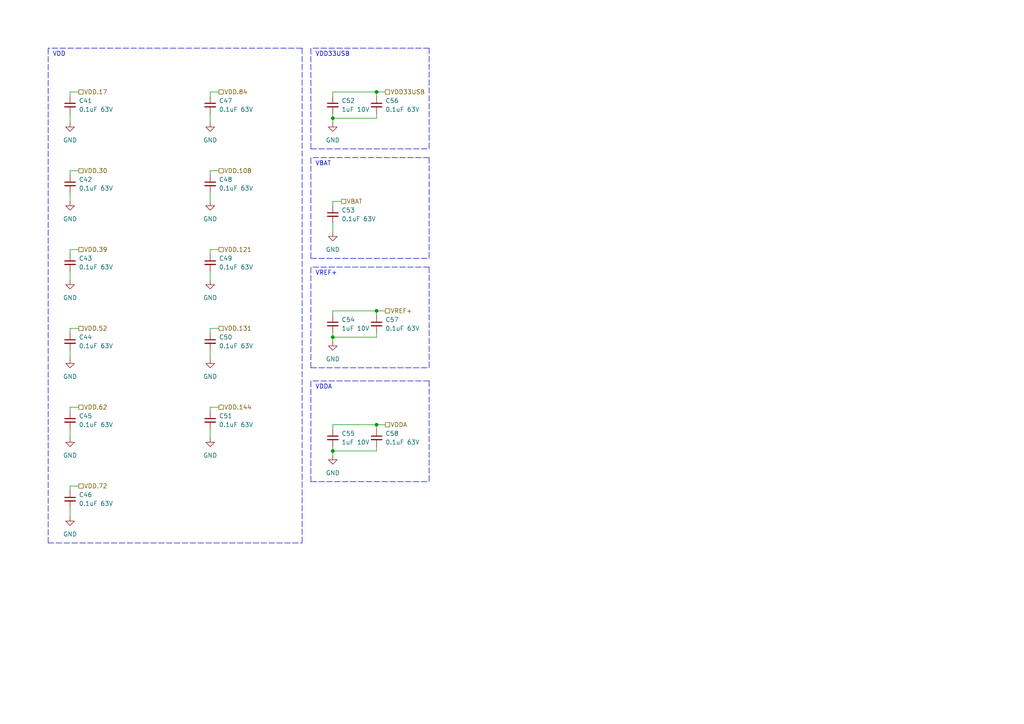
<source format=kicad_sch>
(kicad_sch (version 20230121) (generator eeschema)
  (paper "A4")
  (title_block (title "Control") (date "2023-02-21") (rev "1.0.0") (company "The A-Team (RC SSL)") (comment 1 "W. Stuckey & R. Osawa"))
  (lib_symbols
    (symbol "Device:C_Small" (pin_numbers hide) (pin_names (offset 0.254) hide)
      (property "Reference" "C" (at 0.254 1.778 0))
      (property "Value" "C_Small" (at 0.254 -2.032 0))
      (symbol "C_Small_0_1"
        (polyline (pts (xy -1.524 -0.508) (xy 1.524 -0.508)) (stroke (width 0.3302)))
        (polyline (pts (xy -1.524 0.508) (xy 1.524 0.508)) (stroke (width 0.3048)))
      )
      (symbol "C_Small_1_1"
        (pin passive line (at 0 2.54 270) (length 2.032) (name "~") (number "1"))
        (pin passive line (at 0 -2.54 90) (length 2.032) (name "~") (number "2"))
      )
    )
    (symbol "power:GND" (power) (pin_names (offset 0))
      (property "Value" "GND" (at 0 -3.81 0))
      (symbol "GND_0_1"
        (polyline (pts (xy 0 0) (xy 0 -1.27) (xy 1.27 -1.27) (xy 0 -2.54) (xy -1.27 -1.27) (xy 0 -1.27)))
      )
      (symbol "GND_1_1"
        (pin power_in line (at 0 0 270) (length 0) hide (name "GND") (number "1"))
      )
    )
  )
  (junction (at 109.22 26.67))
  (junction (at 96.52 34.29))
  (junction (at 96.52 130.81))
  (junction (at 109.22 123.19))
  (junction (at 96.52 97.79))
  (junction (at 109.22 90.17))
  (wire (pts (xy 60.96 118.11) (xy 63.5 118.11)))
  (wire (pts (xy 96.52 58.42) (xy 99.06 58.42)))
  (polyline (pts (xy 124.46 45.72) (xy 90.17 45.72)) (stroke (width 0) (type dash)))
  (wire (pts (xy 20.32 26.67) (xy 22.86 26.67)))
  (wire (pts (xy 60.96 95.25) (xy 60.96 96.52)))
  (polyline (pts (xy 124.46 77.47) (xy 124.46 106.68)) (stroke (width 0) (type dash)))
  (wire (pts (xy 20.32 147.32) (xy 20.32 149.86)))
  (wire (pts (xy 60.96 26.67) (xy 63.5 26.67)))
  (wire (pts (xy 96.52 90.17) (xy 96.52 91.44)))
  (polyline (pts (xy 90.17 43.18) (xy 124.46 43.18)) (stroke (width 0) (type dash)))
  (wire (pts (xy 96.52 26.67) (xy 109.22 26.67)))
  (wire (pts (xy 109.22 130.81) (xy 96.52 130.81)))
  (polyline (pts (xy 90.17 74.93) (xy 90.17 45.72)) (stroke (width 0) (type dash)))
  (wire (pts (xy 20.32 95.25) (xy 20.32 96.52)))
  (wire (pts (xy 109.22 96.52) (xy 109.22 97.79)))
  (polyline (pts (xy 124.46 13.97) (xy 90.17 13.97)) (stroke (width 0) (type dash)))
  (wire (pts (xy 60.96 72.39) (xy 60.96 73.66)))
  (wire (pts (xy 20.32 124.46) (xy 20.32 127)))
  (wire (pts (xy 96.52 129.54) (xy 96.52 130.81)))
  (wire (pts (xy 96.52 33.02) (xy 96.52 34.29)))
  (polyline (pts (xy 90.17 139.7) (xy 90.17 110.49)) (stroke (width 0) (type dash)))
  (wire (pts (xy 96.52 90.17) (xy 109.22 90.17)))
  (polyline (pts (xy 87.63 13.97) (xy 87.63 157.48)) (stroke (width 0) (type dash)))
  (wire (pts (xy 60.96 118.11) (xy 60.96 119.38)))
  (wire (pts (xy 20.32 140.97) (xy 22.86 140.97)))
  (wire (pts (xy 109.22 124.46) (xy 109.22 123.19)))
  (wire (pts (xy 20.32 78.74) (xy 20.32 81.28)))
  (wire (pts (xy 109.22 129.54) (xy 109.22 130.81)))
  (polyline (pts (xy 90.17 106.68) (xy 90.17 77.47)) (stroke (width 0) (type dash)))
  (wire (pts (xy 60.96 27.94) (xy 60.96 26.67)))
  (wire (pts (xy 20.32 26.67) (xy 20.32 27.94)))
  (polyline (pts (xy 124.46 77.47) (xy 90.17 77.47)) (stroke (width 0) (type dash)))
  (wire (pts (xy 96.52 130.81) (xy 96.52 132.08)))
  (wire (pts (xy 109.22 33.02) (xy 109.22 34.29)))
  (wire (pts (xy 96.52 123.19) (xy 96.52 124.46)))
  (wire (pts (xy 20.32 55.88) (xy 20.32 58.42)))
  (wire (pts (xy 20.32 33.02) (xy 20.32 35.56)))
  (wire (pts (xy 109.22 91.44) (xy 109.22 90.17)))
  (wire (pts (xy 109.22 97.79) (xy 96.52 97.79)))
  (wire (pts (xy 20.32 49.53) (xy 20.32 50.8)))
  (polyline (pts (xy 124.46 13.97) (xy 124.46 43.18)) (stroke (width 0) (type dash)))
  (wire (pts (xy 60.96 124.46) (xy 60.96 127)))
  (polyline (pts (xy 90.17 139.7) (xy 124.46 139.7)) (stroke (width 0) (type dash)))
  (wire (pts (xy 60.96 33.02) (xy 60.96 35.56)))
  (wire (pts (xy 20.32 101.6) (xy 20.32 104.14)))
  (wire (pts (xy 60.96 78.74) (xy 60.96 81.28)))
  (wire (pts (xy 96.52 64.77) (xy 96.52 67.31)))
  (polyline (pts (xy 124.46 110.49) (xy 90.17 110.49)) (stroke (width 0) (type dash)))
  (wire (pts (xy 60.96 72.39) (xy 63.5 72.39)))
  (wire (pts (xy 96.52 97.79) (xy 96.52 99.06)))
  (wire (pts (xy 109.22 90.17) (xy 111.76 90.17)))
  (polyline (pts (xy 124.46 45.72) (xy 124.46 74.93)) (stroke (width 0) (type dash)))
  (polyline (pts (xy 124.46 110.49) (xy 124.46 139.7)) (stroke (width 0) (type dash)))
  (wire (pts (xy 20.32 72.39) (xy 22.86 72.39)))
  (wire (pts (xy 96.52 26.67) (xy 96.52 27.94)))
  (wire (pts (xy 96.52 58.42) (xy 96.52 59.69)))
  (wire (pts (xy 60.96 55.88) (xy 60.96 58.42)))
  (polyline (pts (xy 87.63 13.97) (xy 13.97 13.97)) (stroke (width 0) (type dash)))
  (polyline (pts (xy 90.17 106.68) (xy 124.46 106.68)) (stroke (width 0) (type dash)))
  (polyline (pts (xy 90.17 43.18) (xy 90.17 13.97)) (stroke (width 0) (type dash)))
  (wire (pts (xy 96.52 34.29) (xy 96.52 35.56)))
  (wire (pts (xy 109.22 34.29) (xy 96.52 34.29)))
  (wire (pts (xy 96.52 123.19) (xy 109.22 123.19)))
  (wire (pts (xy 20.32 49.53) (xy 22.86 49.53)))
  (polyline (pts (xy 13.97 157.48) (xy 13.97 13.97)) (stroke (width 0) (type dash)))
  (wire (pts (xy 20.32 118.11) (xy 22.86 118.11)))
  (wire (pts (xy 109.22 27.94) (xy 109.22 26.67)))
  (polyline (pts (xy 90.17 74.93) (xy 124.46 74.93)) (stroke (width 0) (type dash)))
  (wire (pts (xy 60.96 95.25) (xy 63.5 95.25)))
  (wire (pts (xy 20.32 95.25) (xy 22.86 95.25)))
  (polyline (pts (xy 13.97 157.48) (xy 87.63 157.48)) (stroke (width 0) (type dash)))
  (wire (pts (xy 60.96 101.6) (xy 60.96 104.14)))
  (wire (pts (xy 109.22 26.67) (xy 111.76 26.67)))
  (wire (pts (xy 20.32 73.66) (xy 20.32 72.39)))
  (wire (pts (xy 96.52 96.52) (xy 96.52 97.79)))
  (wire (pts (xy 20.32 142.24) (xy 20.32 140.97)))
  (wire (pts (xy 20.32 118.11) (xy 20.32 119.38)))
  (wire (pts (xy 60.96 49.53) (xy 60.96 50.8)))
  (wire (pts (xy 60.96 49.53) (xy 63.5 49.53)))
  (wire (pts (xy 109.22 123.19) (xy 111.76 123.19)))
  (text "VDD" (at 15.24 16.51 0) (effects (font (size 1.27 1.27)) (justify left bottom)))
  (text "VDD33USB" (at 91.44 16.51 0) (effects (font (size 1.27 1.27)) (justify left bottom)))
  (text "VDDA" (at 91.44 113.03 0) (effects (font (size 1.27 1.27)) (justify left bottom)))
  (text "VBAT" (at 91.44 48.26 0) (effects (font (size 1.27 1.27)) (justify left bottom)))
  (text "VREF+" (at 91.44 80.01 0) (effects (font (size 1.27 1.27)) (justify left bottom)))
  (hierarchical_label "VDD.84" (shape passive) (at 63.5 26.67 0))
  (hierarchical_label "VDD33USB" (shape passive) (at 111.76 26.67 0))
  (hierarchical_label "VDD.72" (shape passive) (at 22.86 140.97 0))
  (hierarchical_label "VDD.62" (shape passive) (at 22.86 118.11 0))
  (hierarchical_label "VDD.108" (shape passive) (at 63.5 49.53 0))
  (hierarchical_label "VDD.30" (shape passive) (at 22.86 49.53 0))
  (hierarchical_label "VREF+" (shape passive) (at 111.76 90.17 0))
  (hierarchical_label "VDD.144" (shape passive) (at 63.5 118.11 0))
  (hierarchical_label "VDD.52" (shape passive) (at 22.86 95.25 0))
  (hierarchical_label "VDD.121" (shape passive) (at 63.5 72.39 0))
  (hierarchical_label "VDD.39" (shape passive) (at 22.86 72.39 0))
  (hierarchical_label "VDD.131" (shape passive) (at 63.5 95.25 0))
  (hierarchical_label "VBAT" (shape passive) (at 99.06 58.42 0))
  (hierarchical_label "VDD.17" (shape passive) (at 22.86 26.67 0))
  (hierarchical_label "VDDA" (shape passive) (at 111.76 123.19 0))
  (symbol (lib_id "Device:C_Small") (at 20.32 121.92 0) (unit 1)
    (property "Reference" "C45" (at 22.86 120.6562 0) (effects (justify left)))
    (property "Value" "0.1uF 63V" (at 22.86 123.1962 0) (effects (justify left)))
    (property "Footprint" "Capacitor_SMD:C_0402_1005Metric" (effects hide))
  )
  (symbol (lib_id "Device:C_Small") (at 96.52 93.98 0) (unit 1)
    (property "Reference" "C54" (at 99.06 92.7162 0) (effects (justify left)))
    (property "Value" "1uF 10V" (at 99.06 95.2562 0) (effects (justify left)))
    (property "Footprint" "Capacitor_SMD:C_0402_1005Metric" (effects hide))
  )
  (symbol (lib_id "Device:C_Small") (at 20.32 76.2 0) (unit 1)
    (property "Reference" "C43" (at 22.86 74.9362 0) (effects (justify left)))
    (property "Value" "0.1uF 63V" (at 22.86 77.4762 0) (effects (justify left)))
    (property "Footprint" "Capacitor_SMD:C_0402_1005Metric" (effects hide))
  )
  (symbol (lib_id "Device:C_Small") (at 96.52 62.23 0) (unit 1)
    (property "Reference" "C53" (at 99.06 60.9662 0) (effects (justify left)))
    (property "Value" "0.1uF 63V" (at 99.06 63.5062 0) (effects (justify left)))
    (property "Footprint" "Capacitor_SMD:C_0402_1005Metric" (effects hide))
  )
  (symbol (lib_id "Device:C_Small") (at 20.32 99.06 0) (unit 1)
    (property "Reference" "C44" (at 22.86 97.7962 0) (effects (justify left)))
    (property "Value" "0.1uF 63V" (at 22.86 100.3362 0) (effects (justify left)))
    (property "Footprint" "Capacitor_SMD:C_0402_1005Metric" (effects hide))
  )
  (symbol (lib_id "power:GND") (at 60.96 58.42 0) (unit 1)
    (property "Reference" "#PWR0132" (effects hide))
    (property "Value" "GND" (at 60.96 63.5 0))
  )
  (symbol (lib_id "Device:C_Small") (at 109.22 93.98 0) (unit 1)
    (property "Reference" "C57" (at 111.76 92.7162 0) (effects (justify left)))
    (property "Value" "0.1uF 63V" (at 111.76 95.2562 0) (effects (justify left)))
    (property "Footprint" "Capacitor_SMD:C_0402_1005Metric" (effects hide))
  )
  (symbol (lib_id "power:GND") (at 60.96 104.14 0) (unit 1)
    (property "Reference" "#PWR0134" (effects hide))
    (property "Value" "GND" (at 60.96 109.22 0))
  )
  (symbol (lib_id "Device:C_Small") (at 60.96 121.92 0) (unit 1)
    (property "Reference" "C51" (at 63.5 120.6562 0) (effects (justify left)))
    (property "Value" "0.1uF 63V" (at 63.5 123.1962 0) (effects (justify left)))
    (property "Footprint" "Capacitor_SMD:C_0402_1005Metric" (effects hide))
  )
  (symbol (lib_id "power:GND") (at 60.96 81.28 0) (unit 1)
    (property "Reference" "#PWR0133" (effects hide))
    (property "Value" "GND" (at 60.96 86.36 0))
  )
  (symbol (lib_id "power:GND") (at 20.32 104.14 0) (unit 1)
    (property "Reference" "#PWR0128" (effects hide))
    (property "Value" "GND" (at 20.32 109.22 0))
  )
  (symbol (lib_id "Device:C_Small") (at 60.96 30.48 0) (unit 1)
    (property "Reference" "C47" (at 63.5 29.2162 0) (effects (justify left)))
    (property "Value" "0.1uF 63V" (at 63.5 31.7562 0) (effects (justify left)))
    (property "Footprint" "Capacitor_SMD:C_0402_1005Metric" (effects hide))
  )
  (symbol (lib_id "Device:C_Small") (at 109.22 30.48 0) (unit 1)
    (property "Reference" "C56" (at 111.76 29.2162 0) (effects (justify left)))
    (property "Value" "0.1uF 63V" (at 111.76 31.7562 0) (effects (justify left)))
    (property "Footprint" "Capacitor_SMD:C_0402_1005Metric" (effects hide))
  )
  (symbol (lib_id "Device:C_Small") (at 96.52 127 0) (unit 1)
    (property "Reference" "C55" (at 99.06 125.7362 0) (effects (justify left)))
    (property "Value" "1uF 10V" (at 99.06 128.2762 0) (effects (justify left)))
    (property "Footprint" "Capacitor_SMD:C_0402_1005Metric" (effects hide))
  )
  (symbol (lib_id "Device:C_Small") (at 109.22 127 0) (unit 1)
    (property "Reference" "C58" (at 111.76 125.7362 0) (effects (justify left)))
    (property "Value" "0.1uF 63V" (at 111.76 128.2762 0) (effects (justify left)))
    (property "Footprint" "Capacitor_SMD:C_0402_1005Metric" (effects hide))
  )
  (symbol (lib_id "power:GND") (at 20.32 81.28 0) (unit 1)
    (property "Reference" "#PWR0127" (effects hide))
    (property "Value" "GND" (at 20.32 86.36 0))
  )
  (symbol (lib_id "Device:C_Small") (at 20.32 30.48 0) (unit 1)
    (property "Reference" "C41" (at 22.86 29.2162 0) (effects (justify left)))
    (property "Value" "0.1uF 63V" (at 22.86 31.7562 0) (effects (justify left)))
    (property "Footprint" "Capacitor_SMD:C_0402_1005Metric" (effects hide))
  )
  (symbol (lib_id "Device:C_Small") (at 60.96 53.34 0) (unit 1)
    (property "Reference" "C48" (at 63.5 52.0762 0) (effects (justify left)))
    (property "Value" "0.1uF 63V" (at 63.5 54.6162 0) (effects (justify left)))
    (property "Footprint" "Capacitor_SMD:C_0402_1005Metric" (effects hide))
  )
  (symbol (lib_id "power:GND") (at 96.52 35.56 0) (unit 1)
    (property "Reference" "#PWR0136" (effects hide))
    (property "Value" "GND" (at 96.52 40.64 0))
  )
  (symbol (lib_id "power:GND") (at 96.52 99.06 0) (unit 1)
    (property "Reference" "#PWR0138" (effects hide))
    (property "Value" "GND" (at 96.52 104.14 0))
  )
  (symbol (lib_id "Device:C_Small") (at 20.32 53.34 0) (unit 1)
    (property "Reference" "C42" (at 22.86 52.0762 0) (effects (justify left)))
    (property "Value" "0.1uF 63V" (at 22.86 54.6162 0) (effects (justify left)))
    (property "Footprint" "Capacitor_SMD:C_0402_1005Metric" (effects hide))
  )
  (symbol (lib_id "Device:C_Small") (at 60.96 99.06 0) (unit 1)
    (property "Reference" "C50" (at 63.5 97.7962 0) (effects (justify left)))
    (property "Value" "0.1uF 63V" (at 63.5 100.3362 0) (effects (justify left)))
    (property "Footprint" "Capacitor_SMD:C_0402_1005Metric" (effects hide))
  )
  (symbol (lib_id "power:GND") (at 20.32 127 0) (unit 1)
    (property "Reference" "#PWR0129" (effects hide))
    (property "Value" "GND" (at 20.32 132.08 0))
  )
  (symbol (lib_id "Device:C_Small") (at 60.96 76.2 0) (unit 1)
    (property "Reference" "C49" (at 63.5 74.9362 0) (effects (justify left)))
    (property "Value" "0.1uF 63V" (at 63.5 77.4762 0) (effects (justify left)))
    (property "Footprint" "Capacitor_SMD:C_0402_1005Metric" (effects hide))
  )
  (symbol (lib_id "power:GND") (at 60.96 127 0) (unit 1)
    (property "Reference" "#PWR0135" (effects hide))
    (property "Value" "GND" (at 60.96 132.08 0))
  )
  (symbol (lib_id "power:GND") (at 96.52 132.08 0) (unit 1)
    (property "Reference" "#PWR0139" (effects hide))
    (property "Value" "GND" (at 96.52 137.16 0))
  )
  (symbol (lib_id "Device:C_Small") (at 20.32 144.78 0) (unit 1)
    (property "Reference" "C46" (at 22.86 143.5162 0) (effects (justify left)))
    (property "Value" "0.1uF 63V" (at 22.86 146.0562 0) (effects (justify left)))
    (property "Footprint" "Capacitor_SMD:C_0402_1005Metric" (effects hide))
  )
  (symbol (lib_id "Device:C_Small") (at 96.52 30.48 0) (unit 1)
    (property "Reference" "C52" (at 99.06 29.2162 0) (effects (justify left)))
    (property "Value" "1uF 10V" (at 99.06 31.7562 0) (effects (justify left)))
    (property "Footprint" "Capacitor_SMD:C_0402_1005Metric" (effects hide))
  )
  (symbol (lib_id "power:GND") (at 96.52 67.31 0) (unit 1)
    (property "Reference" "#PWR0137" (effects hide))
    (property "Value" "GND" (at 96.52 72.39 0))
  )
  (symbol (lib_id "power:GND") (at 20.32 58.42 0) (unit 1)
    (property "Reference" "#PWR0126" (effects hide))
    (property "Value" "GND" (at 20.32 63.5 0))
  )
  (symbol (lib_id "power:GND") (at 20.32 149.86 0) (unit 1)
    (property "Reference" "#PWR0130" (effects hide))
    (property "Value" "GND" (at 20.32 154.94 0))
  )
  (symbol (lib_id "power:GND") (at 60.96 35.56 0) (unit 1)
    (property "Reference" "#PWR0131" (effects hide))
    (property "Value" "GND" (at 60.96 40.64 0))
  )
  (symbol (lib_id "power:GND") (at 20.32 35.56 0) (unit 1)
    (property "Reference" "#PWR0125" (effects hide))
    (property "Value" "GND" (at 20.32 40.64 0))
  )
)
</source>
